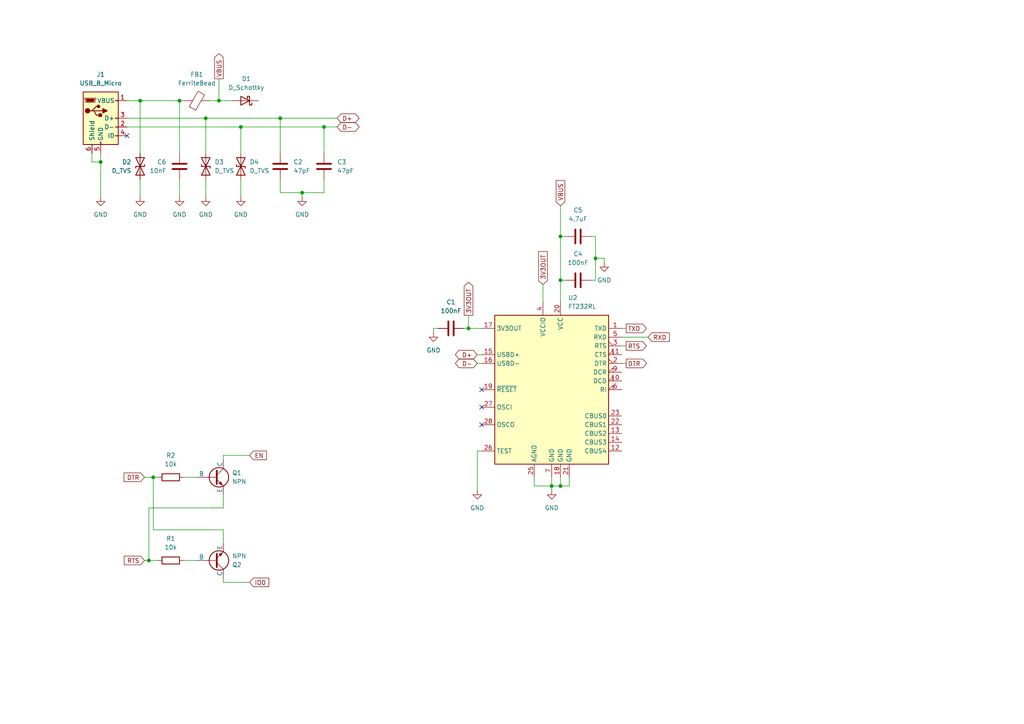
<source format=kicad_sch>
(kicad_sch (version 20231120) (generator "eeschema") (generator_version "8.0")
  (paper "A4")
  (lib_symbols
    (symbol "Connector:USB_B_Micro" (pin_names (offset 1.016))
      (property "Reference" "J" (at -5.08 11.43 0))
      (property "Value" "USB_B_Micro" (at -5.08 8.89 0))
      (symbol "USB_B_Micro_0_1"
        (rectangle (start -5.08 -7.62) (end 5.08 7.62) (stroke (width 0.254)) (fill (type background)))
        (circle (center -3.81 2.159) (radius 0.635) (stroke (width 0.254)) (fill (type outline)))
        (circle (center -0.635 3.429) (radius 0.381) (stroke (width 0.254)) (fill (type outline)))
        (rectangle (start -0.127 -7.62) (end 0.127 -6.858))
        (polyline (pts (xy -1.905 2.159) (xy 0.635 2.159)) (stroke (width 0.254)))
        (polyline (pts (xy -3.175 2.159) (xy -2.54 2.159) (xy -1.27 3.429) (xy -0.635 3.429)) (stroke (width 0.254)))
        (polyline (pts (xy -2.54 2.159) (xy -1.905 2.159) (xy -1.27 0.889) (xy 0 0.889)) (stroke (width 0.254)))
        (polyline (pts (xy 0.635 2.794) (xy 0.635 1.524) (xy 1.905 2.159) (xy 0.635 2.794)) (stroke (width 0.254)) (fill (type outline)))
        (polyline (pts (xy -4.318 5.588) (xy -1.778 5.588) (xy -2.032 4.826) (xy -4.064 4.826) (xy -4.318 5.588)) (fill (type outline)))
        (polyline (pts (xy -4.699 5.842) (xy -4.699 5.588) (xy -4.445 4.826) (xy -4.445 4.572) (xy -1.651 4.572) (xy -1.651 4.826) (xy -1.397 5.588) (xy -1.397 5.842) (xy -4.699 5.842)))
        (rectangle (start 0.254 1.27) (end -0.508 0.508) (stroke (width 0.254)) (fill (type outline)))
        (rectangle (start 5.08 -5.207) (end 4.318 -4.953))
        (rectangle (start 5.08 -2.667) (end 4.318 -2.413))
        (rectangle (start 5.08 -0.127) (end 4.318 0.127))
        (rectangle (start 5.08 4.953) (end 4.318 5.207))
      )
      (symbol "USB_B_Micro_1_1"
        (pin power_out line (at 7.62 5.08 180) (length 2.54) (name "VBUS") (number "1"))
        (pin bidirectional line (at 7.62 -2.54 180) (length 2.54) (name "D-") (number "2"))
        (pin bidirectional line (at 7.62 0 180) (length 2.54) (name "D+") (number "3"))
        (pin passive line (at 7.62 -5.08 180) (length 2.54) (name "ID") (number "4"))
        (pin power_out line (at 0 -10.16 90) (length 2.54) (name "GND") (number "5"))
        (pin passive line (at -2.54 -10.16 90) (length 2.54) (name "Shield") (number "6"))
      )
    )
    (symbol "Device:C" (pin_numbers hide) (pin_names (offset 0.254))
      (property "Reference" "C" (at 0.635 2.54 0))
      (property "Value" "C" (at 0.635 -2.54 0))
      (symbol "C_0_1"
        (polyline (pts (xy -2.032 -0.762) (xy 2.032 -0.762)) (stroke (width 0.508)))
        (polyline (pts (xy -2.032 0.762) (xy 2.032 0.762)) (stroke (width 0.508)))
      )
      (symbol "C_1_1"
        (pin passive line (at 0 3.81 270) (length 2.794) (name "~") (number "1"))
        (pin passive line (at 0 -3.81 90) (length 2.794) (name "~") (number "2"))
      )
    )
    (symbol "Device:D_Schottky" (pin_numbers hide) (pin_names (offset 1.016) hide)
      (property "Reference" "D" (at 0 2.54 0))
      (property "Value" "D_Schottky" (at 0 -2.54 0))
      (symbol "D_Schottky_0_1"
        (polyline (pts (xy 1.27 0) (xy -1.27 0)))
        (polyline (pts (xy 1.27 1.27) (xy 1.27 -1.27) (xy -1.27 0) (xy 1.27 1.27)) (stroke (width 0.254)))
        (polyline (pts (xy -1.905 0.635) (xy -1.905 1.27) (xy -1.27 1.27) (xy -1.27 -1.27) (xy -0.635 -1.27) (xy -0.635 -0.635)) (stroke (width 0.254)))
      )
      (symbol "D_Schottky_1_1"
        (pin passive line (at -3.81 0 0) (length 2.54) (name "K") (number "1"))
        (pin passive line (at 3.81 0 180) (length 2.54) (name "A") (number "2"))
      )
    )
    (symbol "Device:D_TVS" (pin_numbers hide) (pin_names (offset 1.016) hide)
      (property "Reference" "D" (at 0 2.54 0))
      (property "Value" "D_TVS" (at 0 -2.54 0))
      (symbol "D_TVS_0_1"
        (polyline (pts (xy 1.27 0) (xy -1.27 0)))
        (polyline (pts (xy 0.508 1.27) (xy 0 1.27) (xy 0 -1.27) (xy -0.508 -1.27)) (stroke (width 0.254)))
        (polyline (pts (xy -2.54 1.27) (xy -2.54 -1.27) (xy 2.54 1.27) (xy 2.54 -1.27) (xy -2.54 1.27)) (stroke (width 0.254)))
      )
      (symbol "D_TVS_1_1"
        (pin passive line (at -3.81 0 0) (length 2.54) (name "A1") (number "1"))
        (pin passive line (at 3.81 0 180) (length 2.54) (name "A2") (number "2"))
      )
    )
    (symbol "Device:FerriteBead" (pin_numbers hide) (pin_names (offset 0))
      (property "Reference" "FB" (at -3.81 0.635 90))
      (property "Value" "FerriteBead" (at 3.81 0 90))
      (symbol "FerriteBead_0_1"
        (polyline (pts (xy 0 -1.27) (xy 0 -1.2192)))
        (polyline (pts (xy 0 1.27) (xy 0 1.2954)))
        (polyline (pts (xy -2.7686 0.4064) (xy -1.7018 2.2606) (xy 2.7686 -0.3048) (xy 1.6764 -2.159) (xy -2.7686 0.4064)))
      )
      (symbol "FerriteBead_1_1"
        (pin passive line (at 0 3.81 270) (length 2.54) (name "~") (number "1"))
        (pin passive line (at 0 -3.81 90) (length 2.54) (name "~") (number "2"))
      )
    )
    (symbol "Device:R" (pin_numbers hide) (pin_names (offset 0))
      (property "Reference" "R" (at 2.032 0 90))
      (property "Value" "R" (at 0 0 90))
      (symbol "R_0_1"
        (rectangle (start -1.016 -2.54) (end 1.016 2.54) (stroke (width 0.254)))
      )
      (symbol "R_1_1"
        (pin passive line (at 0 3.81 270) (length 1.27) (name "~") (number "1"))
        (pin passive line (at 0 -3.81 90) (length 1.27) (name "~") (number "2"))
      )
    )
    (symbol "Interface_USB:FT232RL"
      (property "Reference" "U" (at -16.51 22.86 0))
      (property "Value" "FT232RL" (at 10.16 22.86 0))
      (symbol "FT232RL_0_1"
        (rectangle (start -16.51 21.59) (end 16.51 -21.59) (stroke (width 0.254)) (fill (type background)))
      )
      (symbol "FT232RL_1_1"
        (pin output line (at 20.32 17.78 180) (length 3.81) (name "TXD") (number "1"))
        (pin input input_low (at 20.32 2.54 180) (length 3.81) (name "DCD") (number "10"))
        (pin input input_low (at 20.32 10.16 180) (length 3.81) (name "CTS") (number "11"))
        (pin bidirectional line (at 20.32 -17.78 180) (length 3.81) (name "CBUS4") (number "12"))
        (pin bidirectional line (at 20.32 -12.7 180) (length 3.81) (name "CBUS2") (number "13"))
        (pin bidirectional line (at 20.32 -15.24 180) (length 3.81) (name "CBUS3") (number "14"))
        (pin bidirectional line (at -20.32 10.16 0) (length 3.81) (name "USBD+") (number "15"))
        (pin bidirectional line (at -20.32 7.62 0) (length 3.81) (name "USBD-") (number "16"))
        (pin power_out line (at -20.32 17.78 0) (length 3.81) (name "3V3OUT") (number "17"))
        (pin power_in line (at 2.54 -25.4 90) (length 3.81) (name "GND") (number "18"))
        (pin input line (at -20.32 0 0) (length 3.81) (name "~{RESET}") (number "19"))
        (pin output output_low (at 20.32 7.62 180) (length 3.81) (name "DTR") (number "2"))
        (pin power_in line (at 2.54 25.4 270) (length 3.81) (name "VCC") (number "20"))
        (pin power_in line (at 5.08 -25.4 90) (length 3.81) (name "GND") (number "21"))
        (pin bidirectional line (at 20.32 -10.16 180) (length 3.81) (name "CBUS1") (number "22"))
        (pin bidirectional line (at 20.32 -7.62 180) (length 3.81) (name "CBUS0") (number "23"))
        (pin power_in line (at -5.08 -25.4 90) (length 3.81) (name "AGND") (number "25"))
        (pin input line (at -20.32 -17.78 0) (length 3.81) (name "TEST") (number "26"))
        (pin input line (at -20.32 -5.08 0) (length 3.81) (name "OSCI") (number "27"))
        (pin output line (at -20.32 -10.16 0) (length 3.81) (name "OSCO") (number "28"))
        (pin output output_low (at 20.32 12.7 180) (length 3.81) (name "RTS") (number "3"))
        (pin power_in line (at -2.54 25.4 270) (length 3.81) (name "VCCIO") (number "4"))
        (pin input line (at 20.32 15.24 180) (length 3.81) (name "RXD") (number "5"))
        (pin input input_low (at 20.32 0 180) (length 3.81) (name "RI") (number "6"))
        (pin power_in line (at 0 -25.4 90) (length 3.81) (name "GND") (number "7"))
        (pin input input_low (at 20.32 5.08 180) (length 3.81) (name "DCR") (number "9"))
      )
    )
    (symbol "Simulation_SPICE:NPN" (pin_numbers hide) (pin_names (offset 0))
      (property "Reference" "Q" (at -2.54 7.62 0))
      (property "Value" "NPN" (at -2.54 5.08 0))
      (symbol "NPN_0_1"
        (polyline (pts (xy -2.54 0) (xy 0.635 0)) (stroke (width 0.1524)))
        (polyline (pts (xy 0.635 0.635) (xy 2.54 2.54)))
        (polyline (pts (xy 2.794 -1.27) (xy 2.794 -1.27)) (stroke (width 0.1524)))
        (polyline (pts (xy 2.794 -1.27) (xy 2.794 -1.27)) (stroke (width 0.1524)))
        (polyline (pts (xy 0.635 -0.635) (xy 2.54 -2.54) (xy 2.54 -2.54)))
        (polyline (pts (xy 0.635 1.905) (xy 0.635 -1.905) (xy 0.635 -1.905)) (stroke (width 0.508)))
        (polyline (pts (xy 1.27 -1.778) (xy 1.778 -1.27) (xy 2.286 -2.286) (xy 1.27 -1.778) (xy 1.27 -1.778)) (fill (type outline)))
        (circle (center 1.27 0) (radius 2.8194) (stroke (width 0.254)))
      )
      (symbol "NPN_1_1"
        (pin open_collector line (at 2.54 5.08 270) (length 2.54) (name "C") (number "1"))
        (pin input line (at -5.08 0 0) (length 2.54) (name "B") (number "2"))
        (pin open_emitter line (at 2.54 -5.08 90) (length 2.54) (name "E") (number "3"))
      )
    )
    (symbol "power:GND" (power) (pin_numbers hide) (pin_names (offset 0) hide)
      (property "Value" "GND" (at 0 -3.81 0))
      (symbol "GND_0_1"
        (polyline (pts (xy 0 0) (xy 0 -1.27) (xy 1.27 -1.27) (xy 0 -2.54) (xy -1.27 -1.27) (xy 0 -1.27)))
      )
      (symbol "GND_1_1"
        (pin power_in line (at 0 0 270) (length 0) (name "~") (number "1"))
      )
    )
  )
  (junction (at 63.5 29.21))
  (junction (at 172.72 74.93))
  (junction (at 69.85 36.83))
  (junction (at 81.28 34.29))
  (junction (at 162.56 68.58))
  (junction (at 160.02 140.97))
  (junction (at 162.56 140.97))
  (junction (at 87.63 55.88))
  (junction (at 93.98 36.83))
  (junction (at 40.64 29.21))
  (junction (at 44.45 138.43))
  (junction (at 59.69 34.29))
  (junction (at 162.56 81.28))
  (junction (at 135.89 95.25))
  (junction (at 29.21 46.99))
  (junction (at 43.18 162.56))
  (junction (at 52.07 29.21))
  (no_connect (at 139.7 123.19))
  (no_connect (at 36.83 39.37))
  (no_connect (at 139.7 118.11))
  (no_connect (at 139.7 113.03))
  (wire (pts (xy 40.64 29.21) (xy 40.64 44.45)))
  (wire (pts (xy 162.56 81.28) (xy 162.56 87.63)))
  (wire (pts (xy 175.26 74.93) (xy 172.72 74.93)))
  (wire (pts (xy 40.64 52.07) (xy 40.64 57.15)))
  (wire (pts (xy 162.56 68.58) (xy 162.56 81.28)))
  (wire (pts (xy 44.45 153.67) (xy 44.45 138.43)))
  (wire (pts (xy 157.48 82.55) (xy 157.48 87.63)))
  (wire (pts (xy 138.43 130.81) (xy 138.43 142.24)))
  (wire (pts (xy 43.18 147.32) (xy 43.18 162.56)))
  (wire (pts (xy 53.34 162.56) (xy 57.15 162.56)))
  (wire (pts (xy 180.34 105.41) (xy 181.61 105.41)))
  (wire (pts (xy 154.94 138.43) (xy 154.94 140.97)))
  (wire (pts (xy 81.28 34.29) (xy 97.79 34.29)))
  (wire (pts (xy 171.45 81.28) (xy 172.72 81.28)))
  (wire (pts (xy 135.89 91.44) (xy 135.89 95.25)))
  (wire (pts (xy 163.83 81.28) (xy 162.56 81.28)))
  (wire (pts (xy 135.89 95.25) (xy 139.7 95.25)))
  (wire (pts (xy 160.02 140.97) (xy 154.94 140.97)))
  (wire (pts (xy 41.91 162.56) (xy 43.18 162.56)))
  (wire (pts (xy 64.77 153.67) (xy 44.45 153.67)))
  (wire (pts (xy 172.72 68.58) (xy 172.72 74.93)))
  (wire (pts (xy 162.56 140.97) (xy 160.02 140.97)))
  (wire (pts (xy 64.77 132.08) (xy 64.77 133.35)))
  (wire (pts (xy 52.07 29.21) (xy 53.34 29.21)))
  (wire (pts (xy 69.85 52.07) (xy 69.85 57.15)))
  (wire (pts (xy 26.67 46.99) (xy 29.21 46.99)))
  (wire (pts (xy 63.5 29.21) (xy 67.31 29.21)))
  (wire (pts (xy 134.62 95.25) (xy 135.89 95.25)))
  (wire (pts (xy 64.77 167.64) (xy 64.77 168.91)))
  (wire (pts (xy 87.63 55.88) (xy 93.98 55.88)))
  (wire (pts (xy 29.21 46.99) (xy 29.21 57.15)))
  (wire (pts (xy 36.83 36.83) (xy 69.85 36.83)))
  (wire (pts (xy 160.02 140.97) (xy 160.02 142.24)))
  (wire (pts (xy 162.56 138.43) (xy 162.56 140.97)))
  (wire (pts (xy 64.77 157.48) (xy 64.77 153.67)))
  (wire (pts (xy 52.07 52.07) (xy 52.07 57.15)))
  (wire (pts (xy 40.64 29.21) (xy 52.07 29.21)))
  (wire (pts (xy 29.21 44.45) (xy 29.21 46.99)))
  (wire (pts (xy 138.43 105.41) (xy 139.7 105.41)))
  (wire (pts (xy 93.98 36.83) (xy 97.79 36.83)))
  (wire (pts (xy 26.67 44.45) (xy 26.67 46.99)))
  (wire (pts (xy 44.45 138.43) (xy 45.72 138.43)))
  (wire (pts (xy 162.56 59.69) (xy 162.56 68.58)))
  (wire (pts (xy 162.56 140.97) (xy 165.1 140.97)))
  (wire (pts (xy 139.7 130.81) (xy 138.43 130.81)))
  (wire (pts (xy 180.34 95.25) (xy 181.61 95.25)))
  (wire (pts (xy 180.34 97.79) (xy 187.96 97.79)))
  (wire (pts (xy 36.83 29.21) (xy 40.64 29.21)))
  (wire (pts (xy 53.34 138.43) (xy 57.15 138.43)))
  (wire (pts (xy 36.83 34.29) (xy 59.69 34.29)))
  (wire (pts (xy 59.69 34.29) (xy 81.28 34.29)))
  (wire (pts (xy 60.96 29.21) (xy 63.5 29.21)))
  (wire (pts (xy 72.39 132.08) (xy 64.77 132.08)))
  (wire (pts (xy 52.07 29.21) (xy 52.07 44.45)))
  (wire (pts (xy 69.85 36.83) (xy 69.85 44.45)))
  (wire (pts (xy 63.5 22.86) (xy 63.5 29.21)))
  (wire (pts (xy 81.28 52.07) (xy 81.28 55.88)))
  (wire (pts (xy 69.85 36.83) (xy 93.98 36.83)))
  (wire (pts (xy 41.91 138.43) (xy 44.45 138.43)))
  (wire (pts (xy 87.63 55.88) (xy 81.28 55.88)))
  (wire (pts (xy 163.83 68.58) (xy 162.56 68.58)))
  (wire (pts (xy 165.1 138.43) (xy 165.1 140.97)))
  (wire (pts (xy 175.26 76.2) (xy 175.26 74.93)))
  (wire (pts (xy 59.69 52.07) (xy 59.69 57.15)))
  (wire (pts (xy 93.98 52.07) (xy 93.98 55.88)))
  (wire (pts (xy 87.63 57.15) (xy 87.63 55.88)))
  (wire (pts (xy 64.77 147.32) (xy 43.18 147.32)))
  (wire (pts (xy 72.39 168.91) (xy 64.77 168.91)))
  (wire (pts (xy 180.34 100.33) (xy 181.61 100.33)))
  (wire (pts (xy 138.43 102.87) (xy 139.7 102.87)))
  (wire (pts (xy 125.73 95.25) (xy 127 95.25)))
  (wire (pts (xy 172.72 68.58) (xy 171.45 68.58)))
  (wire (pts (xy 43.18 162.56) (xy 45.72 162.56)))
  (wire (pts (xy 160.02 138.43) (xy 160.02 140.97)))
  (wire (pts (xy 59.69 34.29) (xy 59.69 44.45)))
  (wire (pts (xy 64.77 143.51) (xy 64.77 147.32)))
  (wire (pts (xy 172.72 81.28) (xy 172.72 74.93)))
  (wire (pts (xy 81.28 34.29) (xy 81.28 44.45)))
  (wire (pts (xy 93.98 36.83) (xy 93.98 44.45)))
  (wire (pts (xy 125.73 95.25) (xy 125.73 96.52)))
  (global_label "EN" (shape input) (at 72.39 132.08 0) (property "Intersheetrefs" "${INTERSHEET_REFS}" (effects (hide yes))))
  (global_label "D-" (shape bidirectional) (at 138.43 105.41 180) (property "Intersheetrefs" "${INTERSHEET_REFS}" (effects (hide yes))))
  (global_label "TXD" (shape output) (at 181.61 95.25 0) (property "Intersheetrefs" "${INTERSHEET_REFS}" (effects (hide yes))))
  (global_label "D+" (shape bidirectional) (at 138.43 102.87 180) (property "Intersheetrefs" "${INTERSHEET_REFS}" (effects (hide yes))))
  (global_label "DTR" (shape input) (at 41.91 138.43 180) (property "Intersheetrefs" "${INTERSHEET_REFS}" (effects (hide yes))))
  (global_label "D+" (shape bidirectional) (at 97.79 34.29 0) (property "Intersheetrefs" "${INTERSHEET_REFS}" (effects (hide yes))))
  (global_label "IO0" (shape input) (at 72.39 168.91 0) (property "Intersheetrefs" "${INTERSHEET_REFS}" (effects (hide yes))))
  (global_label "DTR" (shape output) (at 181.61 105.41 0) (property "Intersheetrefs" "${INTERSHEET_REFS}" (effects (hide yes))))
  (global_label "3V3OUT" (shape input) (at 157.48 82.55 90) (property "Intersheetrefs" "${INTERSHEET_REFS}" (effects (hide yes))))
  (global_label "RXD" (shape input) (at 187.96 97.79 0) (property "Intersheetrefs" "${INTERSHEET_REFS}" (effects (hide yes))))
  (global_label "RTS" (shape input) (at 41.91 162.56 180) (property "Intersheetrefs" "${INTERSHEET_REFS}" (effects (hide yes))))
  (global_label "D-" (shape bidirectional) (at 97.79 36.83 0) (property "Intersheetrefs" "${INTERSHEET_REFS}" (effects (hide yes))))
  (global_label "VBUS" (shape input) (at 162.56 59.69 90) (property "Intersheetrefs" "${INTERSHEET_REFS}" (effects (hide yes))))
  (global_label "VBUS" (shape output) (at 63.5 22.86 90) (property "Intersheetrefs" "${INTERSHEET_REFS}" (effects (hide yes))))
  (global_label "3V3OUT" (shape output) (at 135.89 91.44 90) (property "Intersheetrefs" "${INTERSHEET_REFS}" (effects (hide yes))))
  (global_label "RTS" (shape output) (at 181.61 100.33 0) (property "Intersheetrefs" "${INTERSHEET_REFS}" (effects (hide yes))))
  (symbol (lib_id "power:GND") (at 160.02 142.24 0) (unit 1)
    (property "Reference" "#PWR05" (effects (hide yes)))
    (property "Value" "GND" (at 160.02 147.32 0))
    (property "Description" "Power symbol creates a global label with name \"GND\" , ground" (effects (hide yes)))
  )
  (symbol (lib_id "power:GND") (at 175.26 76.2 0) (mirror y) (unit 1)
    (property "Reference" "#PWR08" (effects (hide yes)))
    (property "Value" "GND" (at 175.26 81.28 0))
    (property "Description" "Power symbol creates a global label with name \"GND\" , ground" (effects (hide yes)))
  )
  (symbol (lib_id "Connector:USB_B_Micro") (at 29.21 34.29 0) (unit 1)
    (property "Reference" "J1" (at 29.21 21.59 0))
    (property "Value" "USB_B_Micro" (at 29.21 24.13 0))
    (property "Description" "USB Micro Type B connector" (effects (hide yes)))
  )
  (symbol (lib_id "Device:C") (at 93.98 48.26 0) (unit 1)
    (property "Reference" "C3" (at 97.79 46.9899 0) (effects (justify left)))
    (property "Value" "47pF" (at 97.79 49.5299 0) (effects (justify left)))
    (property "Description" "Unpolarized capacitor" (effects (hide yes)))
  )
  (symbol (lib_id "Device:R") (at 49.53 162.56 270) (unit 1)
    (property "Reference" "R1" (at 49.53 156.21 90))
    (property "Value" "10k" (at 49.53 158.75 90))
    (property "Description" "Resistor" (effects (hide yes)))
  )
  (symbol (lib_id "Device:R") (at 49.53 138.43 270) (unit 1)
    (property "Reference" "R2" (at 49.53 132.08 90))
    (property "Value" "10k" (at 49.53 134.62 90))
    (property "Description" "Resistor" (effects (hide yes)))
  )
  (symbol (lib_id "Simulation_SPICE:NPN") (at 62.23 162.56 0) (mirror x) (unit 1)
    (property "Reference" "Q2" (at 67.31 163.8301 0) (effects (justify left)))
    (property "Value" "NPN" (at 67.31 161.2901 0) (effects (justify left)))
    (property "Datasheet" "https://ngspice.sourceforge.io/docs/ngspice-html-manual/manual.xhtml#cha_BJTs" (effects (hide yes)))
    (property "Description" "Bipolar transistor symbol for simulation only, substrate tied to the emitter" (effects (hide yes)))
    (property "Sim.Device" "NPN" (effects (hide yes)))
    (property "Sim.Type" "GUMMELPOON" (effects (hide yes)))
    (property "Sim.Pins" "1=C 2=B 3=E" (effects (hide yes)))
    (property "IC" "https://www.tme.eu/pl/details/mmss8050-h-tp/tranzystory-npn-smd/micro-commercial-components/" (effects (hide yes)))
  )
  (symbol (lib_id "Interface_USB:FT232RL") (at 160.02 113.03 0) (unit 1)
    (property "Reference" "U2" (at 164.7541 86.36 0) (effects (justify left)))
    (property "Value" "FT232RL" (at 164.7541 88.9 0) (effects (justify left)))
    (property "Footprint" "Package_SO:SSOP-28_5.3x10.2mm_P0.65mm" (effects (hide yes)))
    (property "Datasheet" "https://www.ftdichip.com/Support/Documents/DataSheets/ICs/DS_FT232R.pdf" (effects (hide yes)))
    (property "Description" "USB to Serial Interface, SSOP-28" (effects (hide yes)))
    (property "IC" "https://www.tme.eu/pl/details/ft232rnl/uklady-scalone-interfejs-usb/ftdi/ft232rnl-reel/" (effects (hide yes)))
  )
  (symbol (lib_id "Simulation_SPICE:NPN") (at 62.23 138.43 0) (unit 1)
    (property "Reference" "Q1" (at 67.31 137.1599 0) (effects (justify left)))
    (property "Value" "NPN" (at 67.31 139.6999 0) (effects (justify left)))
    (property "Datasheet" "https://ngspice.sourceforge.io/docs/ngspice-html-manual/manual.xhtml#cha_BJTs" (effects (hide yes)))
    (property "Description" "Bipolar transistor symbol for simulation only, substrate tied to the emitter" (effects (hide yes)))
    (property "Sim.Device" "NPN" (effects (hide yes)))
    (property "Sim.Type" "GUMMELPOON" (effects (hide yes)))
    (property "Sim.Pins" "1=C 2=B 3=E" (effects (hide yes)))
    (property "IC" "https://www.tme.eu/pl/details/mmss8050-h-tp/tranzystory-npn-smd/micro-commercial-components/" (effects (hide yes)))
  )
  (symbol (lib_id "Device:C") (at 81.28 48.26 0) (unit 1)
    (property "Reference" "C2" (at 85.09 46.9899 0) (effects (justify left)))
    (property "Value" "47pF" (at 85.09 49.5299 0) (effects (justify left)))
    (property "Description" "Unpolarized capacitor" (effects (hide yes)))
  )
  (symbol (lib_id "Device:C") (at 167.64 68.58 90) (mirror x) (unit 1)
    (property "Reference" "C5" (at 167.64 60.96 90))
    (property "Value" "4,7uF" (at 167.64 63.5 90))
    (property "Description" "Unpolarized capacitor" (effects (hide yes)))
  )
  (symbol (lib_id "power:GND") (at 40.64 57.15 0) (unit 1)
    (property "Reference" "#PWR02" (effects (hide yes)))
    (property "Value" "GND" (at 40.64 62.23 0))
    (property "Description" "Power symbol creates a global label with name \"GND\" , ground" (effects (hide yes)))
  )
  (symbol (lib_id "power:GND") (at 52.07 57.15 0) (unit 1)
    (property "Reference" "#PWR09" (effects (hide yes)))
    (property "Value" "GND" (at 52.07 62.23 0))
    (property "Description" "Power symbol creates a global label with name \"GND\" , ground" (effects (hide yes)))
  )
  (symbol (lib_id "Device:FerriteBead") (at 57.15 29.21 90) (unit 1)
    (property "Reference" "FB1" (at 57.0992 21.59 90))
    (property "Value" "FerriteBead" (at 57.0992 24.13 90))
    (property "Description" "Ferrite bead" (effects (hide yes)))
  )
  (symbol (lib_id "Device:D_Schottky") (at 71.12 29.21 180) (unit 1)
    (property "Reference" "D1" (at 71.4375 22.86 0))
    (property "Value" "D_Schottky" (at 71.4375 25.4 0))
    (property "Description" "Schottky diode" (effects (hide yes)))
    (property "IC" "https://www.tme.eu/pl/details/bat760-7/diody-schottky-smd/diodes-incorporated/" (effects (hide yes)))
  )
  (symbol (lib_id "power:GND") (at 29.21 57.15 0) (unit 1)
    (property "Reference" "#PWR01" (effects (hide yes)))
    (property "Value" "GND" (at 29.21 62.23 0))
    (property "Description" "Power symbol creates a global label with name \"GND\" , ground" (effects (hide yes)))
  )
  (symbol (lib_id "Device:D_TVS") (at 59.69 48.26 90) (unit 1)
    (property "Reference" "D3" (at 62.23 46.9899 90) (effects (justify right)))
    (property "Value" "D_TVS" (at 62.23 49.5299 90) (effects (justify right)))
    (property "Description" "Bidirectional transient-voltage-suppression diode" (effects (hide yes)))
    (property "IC" "https://www.tme.eu/pl/details/pesd5v0u1ba.115/diody-transil-smd-dwukierunkowe/nexperia/pesd5v0u1ba-115/" (effects (hide yes)))
  )
  (symbol (lib_id "power:GND") (at 138.43 142.24 0) (unit 1)
    (property "Reference" "#PWR010" (effects (hide yes)))
    (property "Value" "GND" (at 138.43 147.32 0))
    (property "Description" "Power symbol creates a global label with name \"GND\" , ground" (effects (hide yes)))
  )
  (symbol (lib_id "Device:C") (at 130.81 95.25 270) (unit 1)
    (property "Reference" "C1" (at 130.81 87.63 90))
    (property "Value" "100nF" (at 130.81 90.17 90))
    (property "Description" "Unpolarized capacitor" (effects (hide yes)))
  )
  (symbol (lib_id "power:GND") (at 69.85 57.15 0) (unit 1)
    (property "Reference" "#PWR04" (effects (hide yes)))
    (property "Value" "GND" (at 69.85 62.23 0))
    (property "Description" "Power symbol creates a global label with name \"GND\" , ground" (effects (hide yes)))
  )
  (symbol (lib_id "Device:D_TVS") (at 69.85 48.26 90) (unit 1)
    (property "Reference" "D4" (at 72.39 46.9899 90) (effects (justify right)))
    (property "Value" "D_TVS" (at 72.39 49.5299 90) (effects (justify right)))
    (property "Description" "Bidirectional transient-voltage-suppression diode" (effects (hide yes)))
    (property "IC" "https://www.tme.eu/pl/details/pesd5v0u1ba.115/diody-transil-smd-dwukierunkowe/nexperia/pesd5v0u1ba-115/" (effects (hide yes)))
  )
  (symbol (lib_id "Device:D_TVS") (at 40.64 48.26 270) (mirror x) (unit 1)
    (property "Reference" "D2" (at 38.1 46.9899 90) (effects (justify right)))
    (property "Value" "D_TVS" (at 38.1 49.5299 90) (effects (justify right)))
    (property "Description" "Bidirectional transient-voltage-suppression diode" (effects (hide yes)))
    (property "IC" "https://www.tme.eu/pl/details/pesd5v0u1ba.115/diody-transil-smd-dwukierunkowe/nexperia/pesd5v0u1ba-115/" (effects (hide yes)))
  )
  (symbol (lib_id "Device:C") (at 167.64 81.28 90) (mirror x) (unit 1)
    (property "Reference" "C4" (at 167.64 73.66 90))
    (property "Value" "100nF" (at 167.64 76.2 90))
    (property "Description" "Unpolarized capacitor" (effects (hide yes)))
  )
  (symbol (lib_id "Device:C") (at 52.07 48.26 0) (mirror y) (unit 1)
    (property "Reference" "C6" (at 48.26 46.9899 0) (effects (justify left)))
    (property "Value" "10nF" (at 48.26 49.5299 0) (effects (justify left)))
    (property "Description" "Unpolarized capacitor" (effects (hide yes)))
  )
  (symbol (lib_id "power:GND") (at 59.69 57.15 0) (unit 1)
    (property "Reference" "#PWR03" (effects (hide yes)))
    (property "Value" "GND" (at 59.69 62.23 0))
    (property "Description" "Power symbol creates a global label with name \"GND\" , ground" (effects (hide yes)))
  )
  (symbol (lib_id "power:GND") (at 87.63 57.15 0) (unit 1)
    (property "Reference" "#PWR07" (effects (hide yes)))
    (property "Value" "GND" (at 87.63 62.23 0))
    (property "Description" "Power symbol creates a global label with name \"GND\" , ground" (effects (hide yes)))
  )
  (symbol (lib_id "power:GND") (at 125.73 96.52 0) (unit 1)
    (property "Reference" "#PWR06" (effects (hide yes)))
    (property "Value" "GND" (at 125.73 101.6 0))
    (property "Description" "Power symbol creates a global label with name \"GND\" , ground" (effects (hide yes)))
  )
)
</source>
